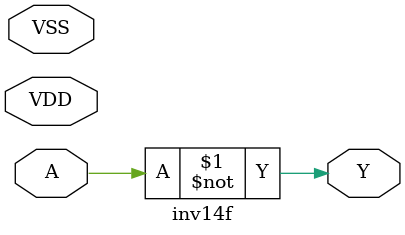
<source format=v>


module inv14f ( Y, VSS, VDD, A );
  input A;
  output Y;
  inout VDD;
  inout VSS;
  assign Y = ~A;
endmodule

</source>
